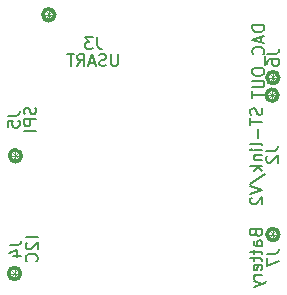
<source format=gbr>
G04 #@! TF.GenerationSoftware,KiCad,Pcbnew,(5.1.5)-3*
G04 #@! TF.CreationDate,2020-09-28T16:56:36+02:00*
G04 #@! TF.ProjectId,MAX30102_Pulse Ox,4d415833-3031-4303-925f-50756c736520,v1.4*
G04 #@! TF.SameCoordinates,Original*
G04 #@! TF.FileFunction,Legend,Bot*
G04 #@! TF.FilePolarity,Positive*
%FSLAX46Y46*%
G04 Gerber Fmt 4.6, Leading zero omitted, Abs format (unit mm)*
G04 Created by KiCad (PCBNEW (5.1.5)-3) date 2020-09-28 16:56:36*
%MOMM*%
%LPD*%
G04 APERTURE LIST*
%ADD10C,0.120000*%
%ADD11C,0.300000*%
%ADD12C,0.150000*%
G04 APERTURE END LIST*
D10*
X155400000Y-95600000D02*
X156400000Y-95600000D01*
X155900000Y-95100000D02*
X155900000Y-96100000D01*
X156120000Y-95340000D02*
X155670000Y-95850000D01*
X155640000Y-95310000D02*
X156120000Y-95820000D01*
D11*
X156400000Y-95600000D02*
G75*
G03X156400000Y-95600000I-500000J0D01*
G01*
D10*
X136425000Y-77000000D02*
X137425000Y-77000000D01*
X136925000Y-76500000D02*
X136925000Y-77500000D01*
X137145000Y-76740000D02*
X136695000Y-77250000D01*
X136665000Y-76710000D02*
X137145000Y-77220000D01*
D11*
X137425000Y-77000000D02*
G75*
G03X137425000Y-77000000I-500000J0D01*
G01*
D10*
X155325000Y-83800000D02*
X156325000Y-83800000D01*
X155825000Y-83300000D02*
X155825000Y-84300000D01*
X156045000Y-83540000D02*
X155595000Y-84050000D01*
X155565000Y-83510000D02*
X156045000Y-84020000D01*
D11*
X156325000Y-83800000D02*
G75*
G03X156325000Y-83800000I-500000J0D01*
G01*
D10*
X133600000Y-88925000D02*
X134600000Y-88925000D01*
X134100000Y-88425000D02*
X134100000Y-89425000D01*
X134320000Y-88665000D02*
X133870000Y-89175000D01*
X133840000Y-88635000D02*
X134320000Y-89145000D01*
D11*
X134600000Y-88925000D02*
G75*
G03X134600000Y-88925000I-500000J0D01*
G01*
D10*
X155400000Y-82325000D02*
X156400000Y-82325000D01*
X155900000Y-81825000D02*
X155900000Y-82825000D01*
X156120000Y-82065000D02*
X155670000Y-82575000D01*
X155640000Y-82035000D02*
X156120000Y-82545000D01*
D11*
X156400000Y-82325000D02*
G75*
G03X156400000Y-82325000I-500000J0D01*
G01*
X134525000Y-98900000D02*
G75*
G03X134525000Y-98900000I-500000J0D01*
G01*
D10*
X133765000Y-98610000D02*
X134245000Y-99120000D01*
X134245000Y-98640000D02*
X133795000Y-99150000D01*
X134025000Y-98400000D02*
X134025000Y-99400000D01*
X133525000Y-98900000D02*
X134525000Y-98900000D01*
D12*
X155327380Y-88516666D02*
X156041666Y-88516666D01*
X156184523Y-88469047D01*
X156279761Y-88373809D01*
X156327380Y-88230952D01*
X156327380Y-88135714D01*
X155422619Y-88945238D02*
X155375000Y-88992857D01*
X155327380Y-89088095D01*
X155327380Y-89326190D01*
X155375000Y-89421428D01*
X155422619Y-89469047D01*
X155517857Y-89516666D01*
X155613095Y-89516666D01*
X155755952Y-89469047D01*
X156327380Y-88897619D01*
X156327380Y-89516666D01*
X154954761Y-84903571D02*
X155002380Y-85046428D01*
X155002380Y-85284523D01*
X154954761Y-85379761D01*
X154907142Y-85427380D01*
X154811904Y-85475000D01*
X154716666Y-85475000D01*
X154621428Y-85427380D01*
X154573809Y-85379761D01*
X154526190Y-85284523D01*
X154478571Y-85094047D01*
X154430952Y-84998809D01*
X154383333Y-84951190D01*
X154288095Y-84903571D01*
X154192857Y-84903571D01*
X154097619Y-84951190D01*
X154050000Y-84998809D01*
X154002380Y-85094047D01*
X154002380Y-85332142D01*
X154050000Y-85475000D01*
X154002380Y-85760714D02*
X154002380Y-86332142D01*
X155002380Y-86046428D02*
X154002380Y-86046428D01*
X154621428Y-86665476D02*
X154621428Y-87427380D01*
X155002380Y-88046428D02*
X154954761Y-87951190D01*
X154859523Y-87903571D01*
X154002380Y-87903571D01*
X155002380Y-88427380D02*
X154335714Y-88427380D01*
X154002380Y-88427380D02*
X154050000Y-88379761D01*
X154097619Y-88427380D01*
X154050000Y-88475000D01*
X154002380Y-88427380D01*
X154097619Y-88427380D01*
X154335714Y-88903571D02*
X155002380Y-88903571D01*
X154430952Y-88903571D02*
X154383333Y-88951190D01*
X154335714Y-89046428D01*
X154335714Y-89189285D01*
X154383333Y-89284523D01*
X154478571Y-89332142D01*
X155002380Y-89332142D01*
X155002380Y-89808333D02*
X154002380Y-89808333D01*
X154621428Y-89903571D02*
X155002380Y-90189285D01*
X154335714Y-90189285D02*
X154716666Y-89808333D01*
X153954761Y-91332142D02*
X155240476Y-90475000D01*
X154002380Y-91522619D02*
X155002380Y-91855952D01*
X154002380Y-92189285D01*
X154097619Y-92475000D02*
X154050000Y-92522619D01*
X154002380Y-92617857D01*
X154002380Y-92855952D01*
X154050000Y-92951190D01*
X154097619Y-92998809D01*
X154192857Y-93046428D01*
X154288095Y-93046428D01*
X154430952Y-92998809D01*
X155002380Y-92427380D01*
X155002380Y-93046428D01*
X141008333Y-78877380D02*
X141008333Y-79591666D01*
X141055952Y-79734523D01*
X141151190Y-79829761D01*
X141294047Y-79877380D01*
X141389285Y-79877380D01*
X140627380Y-78877380D02*
X140008333Y-78877380D01*
X140341666Y-79258333D01*
X140198809Y-79258333D01*
X140103571Y-79305952D01*
X140055952Y-79353571D01*
X140008333Y-79448809D01*
X140008333Y-79686904D01*
X140055952Y-79782142D01*
X140103571Y-79829761D01*
X140198809Y-79877380D01*
X140484523Y-79877380D01*
X140579761Y-79829761D01*
X140627380Y-79782142D01*
X142771428Y-80327380D02*
X142771428Y-81136904D01*
X142723809Y-81232142D01*
X142676190Y-81279761D01*
X142580952Y-81327380D01*
X142390476Y-81327380D01*
X142295238Y-81279761D01*
X142247619Y-81232142D01*
X142200000Y-81136904D01*
X142200000Y-80327380D01*
X141771428Y-81279761D02*
X141628571Y-81327380D01*
X141390476Y-81327380D01*
X141295238Y-81279761D01*
X141247619Y-81232142D01*
X141200000Y-81136904D01*
X141200000Y-81041666D01*
X141247619Y-80946428D01*
X141295238Y-80898809D01*
X141390476Y-80851190D01*
X141580952Y-80803571D01*
X141676190Y-80755952D01*
X141723809Y-80708333D01*
X141771428Y-80613095D01*
X141771428Y-80517857D01*
X141723809Y-80422619D01*
X141676190Y-80375000D01*
X141580952Y-80327380D01*
X141342857Y-80327380D01*
X141200000Y-80375000D01*
X140819047Y-81041666D02*
X140342857Y-81041666D01*
X140914285Y-81327380D02*
X140580952Y-80327380D01*
X140247619Y-81327380D01*
X139342857Y-81327380D02*
X139676190Y-80851190D01*
X139914285Y-81327380D02*
X139914285Y-80327380D01*
X139533333Y-80327380D01*
X139438095Y-80375000D01*
X139390476Y-80422619D01*
X139342857Y-80517857D01*
X139342857Y-80660714D01*
X139390476Y-80755952D01*
X139438095Y-80803571D01*
X139533333Y-80851190D01*
X139914285Y-80851190D01*
X139057142Y-80327380D02*
X138485714Y-80327380D01*
X138771428Y-81327380D02*
X138771428Y-80327380D01*
X133602380Y-96491666D02*
X134316666Y-96491666D01*
X134459523Y-96444047D01*
X134554761Y-96348809D01*
X134602380Y-96205952D01*
X134602380Y-96110714D01*
X133935714Y-97396428D02*
X134602380Y-97396428D01*
X133554761Y-97158333D02*
X134269047Y-96920238D01*
X134269047Y-97539285D01*
X135977380Y-95848809D02*
X134977380Y-95848809D01*
X135072619Y-96277380D02*
X135025000Y-96325000D01*
X134977380Y-96420238D01*
X134977380Y-96658333D01*
X135025000Y-96753571D01*
X135072619Y-96801190D01*
X135167857Y-96848809D01*
X135263095Y-96848809D01*
X135405952Y-96801190D01*
X135977380Y-96229761D01*
X135977380Y-96848809D01*
X135882142Y-97848809D02*
X135929761Y-97801190D01*
X135977380Y-97658333D01*
X135977380Y-97563095D01*
X135929761Y-97420238D01*
X135834523Y-97325000D01*
X135739285Y-97277380D01*
X135548809Y-97229761D01*
X135405952Y-97229761D01*
X135215476Y-97277380D01*
X135120238Y-97325000D01*
X135025000Y-97420238D01*
X134977380Y-97563095D01*
X134977380Y-97658333D01*
X135025000Y-97801190D01*
X135072619Y-97848809D01*
X133452380Y-85541666D02*
X134166666Y-85541666D01*
X134309523Y-85494047D01*
X134404761Y-85398809D01*
X134452380Y-85255952D01*
X134452380Y-85160714D01*
X133452380Y-86494047D02*
X133452380Y-86017857D01*
X133928571Y-85970238D01*
X133880952Y-86017857D01*
X133833333Y-86113095D01*
X133833333Y-86351190D01*
X133880952Y-86446428D01*
X133928571Y-86494047D01*
X134023809Y-86541666D01*
X134261904Y-86541666D01*
X134357142Y-86494047D01*
X134404761Y-86446428D01*
X134452380Y-86351190D01*
X134452380Y-86113095D01*
X134404761Y-86017857D01*
X134357142Y-85970238D01*
X135779761Y-84851190D02*
X135827380Y-84994047D01*
X135827380Y-85232142D01*
X135779761Y-85327380D01*
X135732142Y-85375000D01*
X135636904Y-85422619D01*
X135541666Y-85422619D01*
X135446428Y-85375000D01*
X135398809Y-85327380D01*
X135351190Y-85232142D01*
X135303571Y-85041666D01*
X135255952Y-84946428D01*
X135208333Y-84898809D01*
X135113095Y-84851190D01*
X135017857Y-84851190D01*
X134922619Y-84898809D01*
X134875000Y-84946428D01*
X134827380Y-85041666D01*
X134827380Y-85279761D01*
X134875000Y-85422619D01*
X135827380Y-85851190D02*
X134827380Y-85851190D01*
X134827380Y-86232142D01*
X134875000Y-86327380D01*
X134922619Y-86375000D01*
X135017857Y-86422619D01*
X135160714Y-86422619D01*
X135255952Y-86375000D01*
X135303571Y-86327380D01*
X135351190Y-86232142D01*
X135351190Y-85851190D01*
X135827380Y-86851190D02*
X134827380Y-86851190D01*
X155422380Y-80291666D02*
X156136666Y-80291666D01*
X156279523Y-80244047D01*
X156374761Y-80148809D01*
X156422380Y-80005952D01*
X156422380Y-79910714D01*
X155422380Y-81196428D02*
X155422380Y-81005952D01*
X155470000Y-80910714D01*
X155517619Y-80863095D01*
X155660476Y-80767857D01*
X155850952Y-80720238D01*
X156231904Y-80720238D01*
X156327142Y-80767857D01*
X156374761Y-80815476D01*
X156422380Y-80910714D01*
X156422380Y-81101190D01*
X156374761Y-81196428D01*
X156327142Y-81244047D01*
X156231904Y-81291666D01*
X155993809Y-81291666D01*
X155898571Y-81244047D01*
X155850952Y-81196428D01*
X155803333Y-81101190D01*
X155803333Y-80910714D01*
X155850952Y-80815476D01*
X155898571Y-80767857D01*
X155993809Y-80720238D01*
X155152380Y-77900000D02*
X154152380Y-77900000D01*
X154152380Y-78138095D01*
X154200000Y-78280952D01*
X154295238Y-78376190D01*
X154390476Y-78423809D01*
X154580952Y-78471428D01*
X154723809Y-78471428D01*
X154914285Y-78423809D01*
X155009523Y-78376190D01*
X155104761Y-78280952D01*
X155152380Y-78138095D01*
X155152380Y-77900000D01*
X154866666Y-78852380D02*
X154866666Y-79328571D01*
X155152380Y-78757142D02*
X154152380Y-79090476D01*
X155152380Y-79423809D01*
X155057142Y-80328571D02*
X155104761Y-80280952D01*
X155152380Y-80138095D01*
X155152380Y-80042857D01*
X155104761Y-79900000D01*
X155009523Y-79804761D01*
X154914285Y-79757142D01*
X154723809Y-79709523D01*
X154580952Y-79709523D01*
X154390476Y-79757142D01*
X154295238Y-79804761D01*
X154200000Y-79900000D01*
X154152380Y-80042857D01*
X154152380Y-80138095D01*
X154200000Y-80280952D01*
X154247619Y-80328571D01*
X155247619Y-80519047D02*
X155247619Y-81280952D01*
X154152380Y-81709523D02*
X154152380Y-81900000D01*
X154200000Y-81995238D01*
X154295238Y-82090476D01*
X154485714Y-82138095D01*
X154819047Y-82138095D01*
X155009523Y-82090476D01*
X155104761Y-81995238D01*
X155152380Y-81900000D01*
X155152380Y-81709523D01*
X155104761Y-81614285D01*
X155009523Y-81519047D01*
X154819047Y-81471428D01*
X154485714Y-81471428D01*
X154295238Y-81519047D01*
X154200000Y-81614285D01*
X154152380Y-81709523D01*
X154152380Y-82566666D02*
X154961904Y-82566666D01*
X155057142Y-82614285D01*
X155104761Y-82661904D01*
X155152380Y-82757142D01*
X155152380Y-82947619D01*
X155104761Y-83042857D01*
X155057142Y-83090476D01*
X154961904Y-83138095D01*
X154152380Y-83138095D01*
X154152380Y-83471428D02*
X154152380Y-84042857D01*
X155152380Y-83757142D02*
X154152380Y-83757142D01*
X155377380Y-97216666D02*
X156091666Y-97216666D01*
X156234523Y-97169047D01*
X156329761Y-97073809D01*
X156377380Y-96930952D01*
X156377380Y-96835714D01*
X155377380Y-97597619D02*
X155377380Y-98264285D01*
X156377380Y-97835714D01*
X154428571Y-95478571D02*
X154476190Y-95621428D01*
X154523809Y-95669047D01*
X154619047Y-95716666D01*
X154761904Y-95716666D01*
X154857142Y-95669047D01*
X154904761Y-95621428D01*
X154952380Y-95526190D01*
X154952380Y-95145238D01*
X153952380Y-95145238D01*
X153952380Y-95478571D01*
X154000000Y-95573809D01*
X154047619Y-95621428D01*
X154142857Y-95669047D01*
X154238095Y-95669047D01*
X154333333Y-95621428D01*
X154380952Y-95573809D01*
X154428571Y-95478571D01*
X154428571Y-95145238D01*
X154952380Y-96573809D02*
X154428571Y-96573809D01*
X154333333Y-96526190D01*
X154285714Y-96430952D01*
X154285714Y-96240476D01*
X154333333Y-96145238D01*
X154904761Y-96573809D02*
X154952380Y-96478571D01*
X154952380Y-96240476D01*
X154904761Y-96145238D01*
X154809523Y-96097619D01*
X154714285Y-96097619D01*
X154619047Y-96145238D01*
X154571428Y-96240476D01*
X154571428Y-96478571D01*
X154523809Y-96573809D01*
X154285714Y-96907142D02*
X154285714Y-97288095D01*
X153952380Y-97050000D02*
X154809523Y-97050000D01*
X154904761Y-97097619D01*
X154952380Y-97192857D01*
X154952380Y-97288095D01*
X154285714Y-97478571D02*
X154285714Y-97859523D01*
X153952380Y-97621428D02*
X154809523Y-97621428D01*
X154904761Y-97669047D01*
X154952380Y-97764285D01*
X154952380Y-97859523D01*
X154904761Y-98573809D02*
X154952380Y-98478571D01*
X154952380Y-98288095D01*
X154904761Y-98192857D01*
X154809523Y-98145238D01*
X154428571Y-98145238D01*
X154333333Y-98192857D01*
X154285714Y-98288095D01*
X154285714Y-98478571D01*
X154333333Y-98573809D01*
X154428571Y-98621428D01*
X154523809Y-98621428D01*
X154619047Y-98145238D01*
X154952380Y-99050000D02*
X154285714Y-99050000D01*
X154476190Y-99050000D02*
X154380952Y-99097619D01*
X154333333Y-99145238D01*
X154285714Y-99240476D01*
X154285714Y-99335714D01*
X154285714Y-99573809D02*
X154952380Y-99811904D01*
X154285714Y-100050000D02*
X154952380Y-99811904D01*
X155190476Y-99716666D01*
X155238095Y-99669047D01*
X155285714Y-99573809D01*
M02*

</source>
